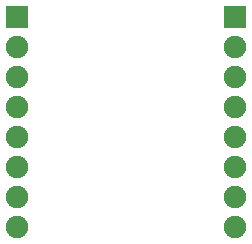
<source format=gbs>
G04 DipTrace 3.1.0.1*
G04 09342-3_miskovichk_giordanom_0_1.gbs*
%MOIN*%
G04 #@! TF.FileFunction,Soldermask,Bot*
G04 #@! TF.Part,Single*
%ADD31C,0.074929*%
%ADD33R,0.074929X0.074929*%
%FSLAX26Y26*%
G04*
G70*
G90*
G75*
G01*
G04 BotMask*
%LPD*%
D33*
X506500Y1231500D3*
D31*
Y1131500D3*
Y1031500D3*
Y931500D3*
Y831500D3*
Y731500D3*
Y631500D3*
Y531500D3*
D33*
X1231500Y1231500D3*
D31*
Y1131500D3*
Y1031500D3*
Y931500D3*
Y831500D3*
Y731500D3*
Y631500D3*
Y531500D3*
M02*

</source>
